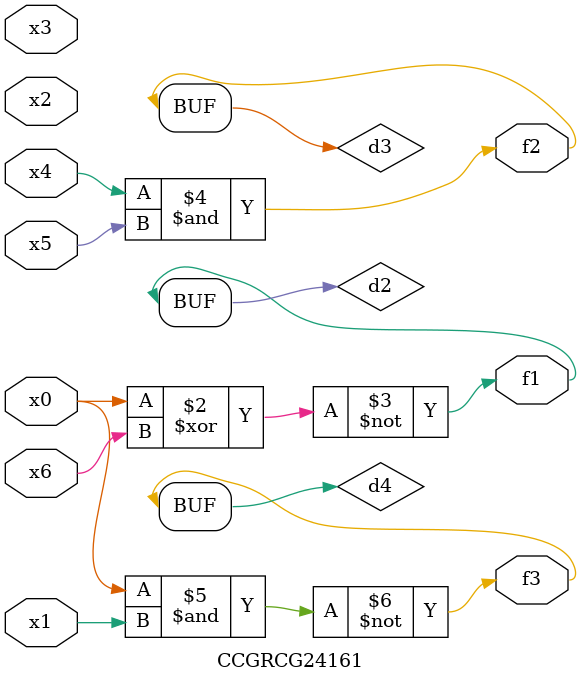
<source format=v>
module CCGRCG24161(
	input x0, x1, x2, x3, x4, x5, x6,
	output f1, f2, f3
);

	wire d1, d2, d3, d4;

	nor (d1, x0);
	xnor (d2, x0, x6);
	and (d3, x4, x5);
	nand (d4, x0, x1);
	assign f1 = d2;
	assign f2 = d3;
	assign f3 = d4;
endmodule

</source>
